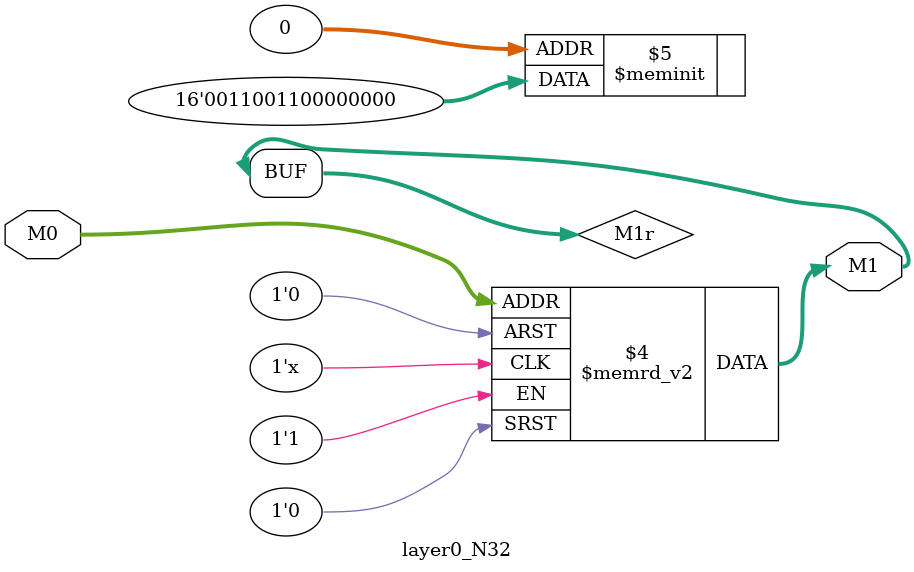
<source format=v>
module layer0_N32 ( input [2:0] M0, output [1:0] M1 );

	(*rom_style = "distributed" *) reg [1:0] M1r;
	assign M1 = M1r;
	always @ (M0) begin
		case (M0)
			3'b000: M1r = 2'b00;
			3'b100: M1r = 2'b11;
			3'b010: M1r = 2'b00;
			3'b110: M1r = 2'b11;
			3'b001: M1r = 2'b00;
			3'b101: M1r = 2'b00;
			3'b011: M1r = 2'b00;
			3'b111: M1r = 2'b00;

		endcase
	end
endmodule

</source>
